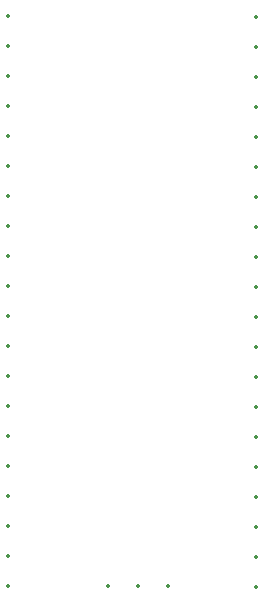
<source format=gbo>
%TF.GenerationSoftware,KiCad,Pcbnew,8.0.7*%
%TF.CreationDate,2025-02-02T23:02:37+05:30*%
%TF.ProjectId,my-template,6d792d74-656d-4706-9c61-74652e6b6963,rev?*%
%TF.SameCoordinates,Original*%
%TF.FileFunction,Legend,Bot*%
%TF.FilePolarity,Positive*%
%FSLAX46Y46*%
G04 Gerber Fmt 4.6, Leading zero omitted, Abs format (unit mm)*
G04 Created by KiCad (PCBNEW 8.0.7) date 2025-02-02 23:02:37*
%MOMM*%
%LPD*%
G01*
G04 APERTURE LIST*
%ADD10C,0.350000*%
G04 APERTURE END LIST*
D10*
X236500000Y-128080000D03*
X236500000Y-125540000D03*
X236500000Y-123000000D03*
X236500000Y-120460000D03*
X236500000Y-117920000D03*
X236500000Y-115380000D03*
X236500000Y-112840000D03*
X236500000Y-110300000D03*
X236500000Y-107760000D03*
X236500000Y-105220000D03*
X236500000Y-102680000D03*
X236500000Y-100140000D03*
X236500000Y-97600000D03*
X236500000Y-95060000D03*
X236500000Y-92520000D03*
X236500000Y-89980000D03*
X236500000Y-87440000D03*
X236500000Y-84900000D03*
X236500000Y-82360000D03*
X236500000Y-79820000D03*
X215500000Y-79780000D03*
X215500000Y-82320000D03*
X215500000Y-84860000D03*
X215500000Y-87400000D03*
X215500000Y-89940000D03*
X215500000Y-92480000D03*
X215500000Y-95020000D03*
X215500000Y-97560000D03*
X215500000Y-100100000D03*
X215500000Y-102640000D03*
X215500000Y-105180000D03*
X215500000Y-107720000D03*
X215500000Y-110260000D03*
X215500000Y-112800000D03*
X215500000Y-115340000D03*
X215500000Y-117880000D03*
X215500000Y-120420000D03*
X215500000Y-122960000D03*
X215500000Y-125500000D03*
X215500000Y-128040000D03*
X223960000Y-128000000D03*
X226500000Y-128000000D03*
X229040000Y-128000000D03*
M02*

</source>
